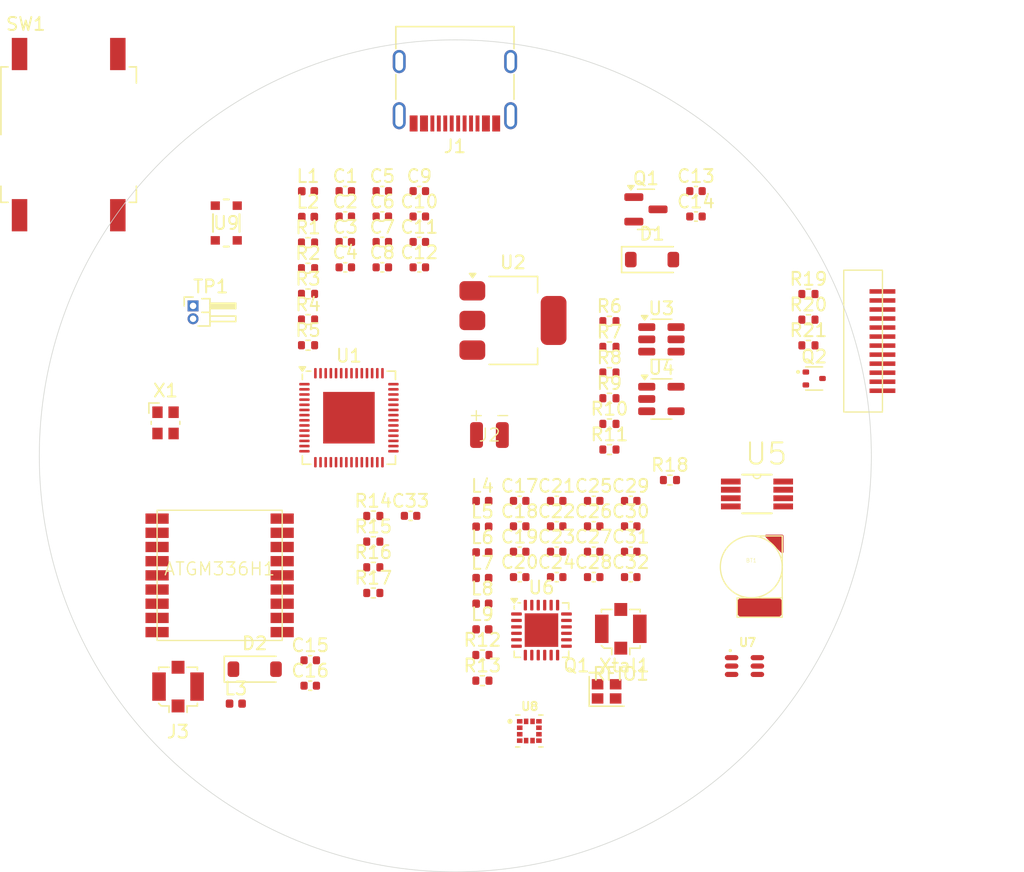
<source format=kicad_pcb>
(kicad_pcb (version 20240108) (generator "pcbnew") (generator_version "8.0")
  (layers (0 "F.Cu" signal) (31 "B.Cu" signal) (34 "B.Paste" user) (35 "F.Paste" user) (36 "B.SilkS" user "B.Silkscreen") (37 "F.SilkS" user "F.Silkscreen") (38 "B.Mask" user) (39 "F.Mask" user) (44 "Edge.Cuts" user))
  (net 0 "")
  (net 1 "GPS_ON")
  (net 2 "Net-(ATGM336H1-VBAT)")
  (net 3 "+3V3")
  (net 5 "GPS_TXD")
  (net 6 "GND")
  (net 7 "Net-(ATGM336H1-VCC_RF)")
  (net 8 "GPS_RESET")
  (net 9 "Net-(ATGM336H1-SCL)")
  (net 10 "GPS_RXD")
  (net 11 "Net-(ATGM336H1-RF_IN)")
  (net 12 "Net-(ATGM336H1-SDA)")
  (net 13 "Net-(C1-Pad1)")
  (net 14 "Net-(U9-FEED{slash}GND)")
  (net 15 "Net-(C3-Pad1)")
  (net 16 "LNA_IN")
  (net 17 "XTAL_N")
  (net 18 "Net-(C10-Pad1)")
  (net 19 "VCC")
  (net 20 "Net-(C19-Pad1)")
  (net 21 "Net-(U6-VR_PA)")
  (net 22 "Net-(U6-VREG)")
  (net 23 "Net-(U7-RF2)")
  (net 24 "Net-(U6-RFO)")
  (net 25 "Net-(C24-Pad2)")
  (net 26 "Net-(RFIO1-In)")
  (net 27 "Net-(C27-Pad2)")
  (net 28 "Net-(C28-Pad1)")
  (net 29 "Net-(U7-RF1)")
  (net 30 "Net-(U7-RFC)")
  (net 31 "Net-(U7-CTRL)")
  (net 32 "Net-(U7-~{CTRL}{slash}~{VDD})")
  (net 33 "Net-(U8-C1)")
  (net 34 "VBUS")
  (net 35 "Net-(J1-CC1)")
  (net 36 "Net-(J1-D+-PadA6)")
  (net 38 "Net-(J1-CC2)")
  (net 40 "Net-(J1-D--PadA7)")
  (net 43 "+BATT")
  (net 44 "Net-(U6-DCC_SW)")
  (net 45 "Net-(U6-RFI_N)")
  (net 46 "Net-(U6-XTB)")
  (net 47 "Net-(U6-XTA)")
  (net 48 "Net-(R1-Pad2)")
  (net 49 "Net-(U1-GPIO45)")
  (net 50 "Net-(U4-PROG)")
  (net 51 "GP1")
  (net 52 "ANT_SW_CTRL")
  (net 53 "ANT_SW")
  (net 56 "XL_COMP_SDA")
  (net 57 "XL_COMP_SCL")
  (net 58 "LCD_RST")
  (net 59 "LoRa_BUSY")
  (net 60 "GP47")
  (net 61 "LoRa_NSS")
  (net 62 "INT_MAG")
  (net 64 "VDD")
  (net 65 "GP34")
  (net 66 "XL_INT1")
  (net 67 "LCD_CS")
  (net 68 "GP36")
  (net 69 "LCD_SCK")
  (net 70 "USB_D-")
  (net 71 "USB_D+")
  (net 72 "LCD_DC")
  (net 73 "LoRa_MISO")
  (net 75 "GP33")
  (net 76 "GP48")
  (net 77 "LoRa_RST")
  (net 79 "Net-(J4-LEDK)")
  (net 80 "XTAL_P")
  (net 83 "LoRa_MOSI")
  (net 84 "GP35")
  (net 87 "GP0")
  (net 89 "LoRa_DIO1")
  (net 91 "CHIP_PU")
  (net 93 "GP2")
  (net 94 "LoRa_SCK")
  (net 95 "XL_INT0")
  (net 97 "LoRa_DIO3")
  (net 105 "LCD_SDA")
  (net 106 "Net-(Q2-G)")
  (net 107 "Net-(Q2-D)")
  (net 108 "LCD_BL")
  (footprint "Capacitor_SMD:C_0402_1005Metric" (layer "F.Cu") (at 140.26 75.99)
    (property "Reference" "C25" (at 0 -1.16 0) (layer "F.SilkS"))
    (property "Value" "5.6pF")
    (pad "1" smd roundrect (at -0.48 0) (size 0.56 0.62) (layers "F.Cu" "F.Paste" "F.Mask") (net 25 "Net-(C24-Pad2)"))
    (pad "2" smd roundrect (at 0.48 0) (size 0.56 0.62) (layers "F.Cu" "F.Paste" "F.Mask") (net 6 "GND"))
  )
  (footprint "Capacitor_SMD:C_0402_1005Metric" (layer "F.Cu") (at 134.52 77.96)
    (property "Reference" "C18" (at 0 -1.16 0) (layer "F.SilkS"))
    (property "Value" "100nF")
    (pad "1" smd roundrect (at -0.48 0) (size 0.56 0.62) (layers "F.Cu" "F.Paste" "F.Mask") (net 3 "+3V3"))
    (pad "2" smd roundrect (at 0.48 0) (size 0.56 0.62) (layers "F.Cu" "F.Paste" "F.Mask") (net 6 "GND"))
  )
  (footprint "Resistor_SMD:R_0402_1005Metric" (layer "F.Cu") (at 123.17 81.14)
    (property "Reference" "R16" (at 0 -1.17 0) (layer "F.SilkS"))
    (property "Value" "10K")
    (pad "1" smd roundrect (at -0.51 0) (size 0.54 0.64) (layers "F.Cu" "F.Paste" "F.Mask") (net 3 "+3V3"))
    (pad "2" smd roundrect (at 0.51 0) (size 0.54 0.64) (layers "F.Cu" "F.Paste" "F.Mask") (net 56 "XL_COMP_SDA"))
  )
  (footprint "Resistor_SMD:R_0402_1005Metric" (layer "F.Cu") (at 141.48 68.03)
    (property "Reference" "R9" (at 0 -1.17 0) (layer "F.SilkS"))
    (property "Value" "100k")
    (pad "1" smd roundrect (at -0.51 0) (size 0.54 0.64) (layers "F.Cu" "F.Paste" "F.Mask") (net 34 "VBUS"))
    (pad "2" smd roundrect (at 0.51 0) (size 0.54 0.64) (layers "F.Cu" "F.Paste" "F.Mask") (net 6 "GND"))
  )
  (footprint "footprints:2 Wire Pads" (layer "F.Cu") (at 132.175 70.885)
    (property "Reference" "J2" (at 0.01 0 0) (layer "F.SilkS") (effects (font (thickness 0.1))))
    (property "Value" "Battery")
    (fp_text user "-" (at 0.35 -1 0) (layer "F.SilkS") (effects (font (thickness 0.1)) (justify left bottom)))
    (fp_text user "+" (at -1.7 -1 0) (layer "F.SilkS") (effects (font (thickness 0.1)) (justify left bottom)))
    (pad "1" smd roundrect (at -1 0 180) (size 1 2) (layers "F.Cu" "F.Paste" "F.Mask") (net 43 "+BATT"))
    (pad "2" smd roundrect (at 1 0 180) (size 1 2) (layers "F.Cu" "F.Paste" "F.Mask") (net 6 "GND"))
  )
  (footprint "Resistor_SMD:R_0402_1005Metric" (layer "F.Cu") (at 156.91 61.94)
    (property "Reference" "R20" (at 0 -1.17 0) (layer "F.SilkS"))
    (property "Value" "10K")
    (pad "1" smd roundrect (at -0.51 0) (size 0.54 0.64) (layers "F.Cu" "F.Paste" "F.Mask") (net 6 "GND"))
    (pad "2" smd roundrect (at 0.51 0) (size 0.54 0.64) (layers "F.Cu" "F.Paste" "F.Mask") (net 106 "Net-(Q2-G)"))
  )
  (footprint "Resistor_SMD:R_0402_1005Metric" (layer "F.Cu") (at 156.91 59.95)
    (property "Reference" "R19" (at 0 -1.17 0) (layer "F.SilkS"))
    (property "Value" "10")
    (pad "1" smd roundrect (at -0.51 0) (size 0.54 0.64) (layers "F.Cu" "F.Paste" "F.Mask") (net 79 "Net-(J4-LEDK)"))
    (pad "2" smd roundrect (at 0.51 0) (size 0.54 0.64) (layers "F.Cu" "F.Paste" "F.Mask") (net 107 "Net-(Q2-D)"))
  )
  (footprint "Connector_Coaxial:U.FL_Molex_MCRF_73412-0110_Vertical" (layer "F.Cu") (at 108.03 90.39)
    (property "Reference" "J3" (at 0 3.5 0) (layer "F.SilkS"))
    (property "Value" "GPS_ANT")
    (pad "1" smd rect (at 0 1.5) (size 1 1) (layers "F.Cu" "F.Paste" "F.Mask") (net 11 "Net-(ATGM336H1-RF_IN)"))
    (pad "2" smd rect (at -1.475 0) (size 1.05 2.2) (layers "F.Cu" "F.Paste" "F.Mask") (net 6 "GND"))
    (pad "2" smd rect (at 0 -1.5) (size 1 1) (layers "F.Cu" "F.Paste" "F.Mask") (net 6 "GND"))
    (pad "2" smd rect (at 1.475 0) (size 1.05 2.2) (layers "F.Cu" "F.Paste" "F.Mask") (net 6 "GND"))
  )
  (footprint "Capacitor_SMD:C_0402_1005Metric" (layer "F.Cu") (at 126.74 55.91)
    (property "Reference" "C11" (at 0 -1.16 0) (layer "F.SilkS"))
    (property "Value" "100nF")
    (pad "1" smd roundrect (at -0.48 0) (size 0.56 0.62) (layers "F.Cu" "F.Paste" "F.Mask") (net 3 "+3V3"))
    (pad "2" smd roundrect (at 0.48 0) (size 0.56 0.62) (layers "F.Cu" "F.Paste" "F.Mask") (net 6 "GND"))
  )
  (footprint "Capacitor_SMD:C_0402_1005Metric" (layer "F.Cu") (at 118.28 88.35)
    (property "Reference" "C15" (at 0 -1.16 0) (layer "F.SilkS"))
    (property "Value" "10uF")
    (pad "1" smd roundrect (at -0.48 0) (size 0.56 0.62) (layers "F.Cu" "F.Paste" "F.Mask") (net 3 "+3V3"))
    (pad "2" smd roundrect (at 0.48 0) (size 0.56 0.62) (layers "F.Cu" "F.Paste" "F.Mask") (net 6 "GND"))
  )
  (footprint "Resistor_SMD:R_0402_1005Metric" (layer "F.Cu") (at 118.11 63.92)
    (property "Reference" "R5" (at 0 -1.17 0) (layer "F.SilkS"))
    (property "Value" "10k")
    (pad "1" smd roundrect (at -0.51 0) (size 0.54 0.64) (layers "F.Cu" "F.Paste" "F.Mask") (net 3 "+3V3"))
    (pad "2" smd roundrect (at 0.51 0) (size 0.54 0.64) (layers "F.Cu" "F.Paste" "F.Mask") (net 49 "Net-(U1-GPIO45)"))
  )
  (footprint "Capacitor_SMD:C_0402_1005Metric" (layer "F.Cu") (at 137.39 77.96)
    (property "Reference" "C22" (at 0 -1.16 0) (layer "F.SilkS"))
    (property "Value" "2.4pF")
    (pad "1" smd roundrect (at -0.48 0) (size 0.56 0.62) (layers "F.Cu" "F.Paste" "F.Mask") (net 20 "Net-(C19-Pad1)"))
    (pad "2" smd roundrect (at 0.48 0) (size 0.56 0.62) (layers "F.Cu" "F.Paste" "F.Mask") (net 23 "Net-(U7-RF2)"))
  )
  (footprint "Capacitor_SMD:C_0402_1005Metric" (layer "F.Cu") (at 121 51.97)
    (property "Reference" "C1" (at 0 -1.16 0) (layer "F.SilkS"))
    (property "Value" "10pF")
    (pad "1" smd roundrect (at -0.48 0) (size 0.56 0.62) (layers "F.Cu" "F.Paste" "F.Mask") (net 13 "Net-(C1-Pad1)"))
    (pad "2" smd roundrect (at 0.48 0) (size 0.56 0.62) (layers "F.Cu" "F.Paste" "F.Mask") (net 6 "GND"))
  )
  (footprint "Inductor_SMD:L_0402_1005Metric" (layer "F.Cu") (at 131.63 77.99)
    (property "Reference" "L5" (at 0 -1.17 0) (layer "F.SilkS"))
    (property "Value" "15nH")
    (pad "1" smd roundrect (at -0.485 0) (size 0.59 0.64) (layers "F.Cu" "F.Paste" "F.Mask") (net 45 "Net-(U6-RFI_N)"))
    (pad "2" smd roundrect (at 0.485 0) (size 0.59 0.64) (layers "F.Cu" "F.Paste" "F.Mask") (net 20 "Net-(C19-Pad1)"))
  )
  (footprint "Resistor_SMD:R_0402_1005Metric" (layer "F.Cu") (at 123.17 83.13)
    (property "Reference" "R17" (at 0 -1.17 0) (layer "F.SilkS"))
    (property "Value" "10K")
    (pad "1" smd roundrect (at -0.51 0) (size 0.54 0.64) (layers "F.Cu" "F.Paste" "F.Mask") (net 3 "+3V3"))
    (pad "2" smd roundrect (at 0.51 0) (size 0.54 0.64) (layers "F.Cu" "F.Paste" "F.Mask") (net 57 "XL_COMP_SCL"))
  )
  (footprint "Package_TO_SOT_SMD:SOT-23" (layer "F.Cu") (at 144.31 53.385)
    (property "Reference" "Q1" (at 0 -2.4 0) (layer "F.SilkS"))
    (property "Value" "DMG3414U")
    (pad "1" smd roundrect (at -0.9375 -0.95) (size 1.475 0.6) (layers "F.Cu" "F.Paste" "F.Mask") (net 34 "VBUS"))
    (pad "2" smd roundrect (at -0.9375 0.95) (size 1.475 0.6) (layers "F.Cu" "F.Paste" "F.Mask") (net 19 "VCC"))
    (pad "3" smd roundrect (at 0.9375 0) (size 1.475 0.6) (layers "F.Cu" "F.Paste" "F.Mask") (net 43 "+BATT"))
  )
  (footprint "KiCAD Parts:PQFN50P200X200X100-12N" (layer "F.Cu") (at 135.268 93.8325)
    (property "Reference" "U8" (at 0.032 -1.9064 0) (layer "F.SilkS") (effects (font (size 0.64 0.64))))
    (property "Value" "LSM303AGR")
    (pad "1" smd rect (at -0.745 -0.75) (size 0.43 0.35) (layers "F.Cu" "F.Paste" "F.Mask"))
    (pad "2" smd rect (at -0.745 -0.25) (size 0.43 0.35) (layers "F.Cu" "F.Paste" "F.Mask"))
    (pad "3" smd rect (at -0.745 0.25) (size 0.43 0.35) (layers "F.Cu" "F.Paste" "F.Mask"))
    (pad "4" smd rect (at -0.745 0.75) (size 0.43 0.35) (layers "F.Cu" "F.Paste" "F.Mask"))
    (pad "5" smd rect (at -0.25 0.745 90) (size 0.43 0.35) (layers "F.Cu" "F.Paste" "F.Mask") (net 33 "Net-(U8-C1)"))
    (pad "6" smd rect (at 0.25 0.745 90) (size 0.43 0.35) (layers "F.Cu" "F.Paste" "F.Mask") (net 6 "GND"))
    (pad "7" smd rect (at 0.745 0.75) (size 0.43 0.35) (layers "F.Cu" "F.Paste" "F.Mask") (net 62 "INT_MAG"))
    (pad "8" smd rect (at 0.745 0.25) (size 0.43 0.35) (layers "F.Cu" "F.Paste" "F.Mask") (net 6 "GND"))
    (pad "9" smd rect (at 0.745 -0.25) (size 0.43 0.35) (layers "F.Cu" "F.Paste" "F.Mask") (net 3 "+3V3"))
    (pad "10" smd rect (at 0.745 -0.75) (size 0.43 0.35) (layers "F.Cu" "F.Paste" "F.Mask") (net 3 "+3V3"))
    (pad "11" smd rect (at 0.25 -0.745 90) (size 0.43 0.35) (layers "F.Cu" "F.Paste" "F.Mask") (net 66 "XL_INT1"))
    (pad "12" smd rect (at -0.25 -0.745 90) (size 0.43 0.35) (layers "F.Cu" "F.Paste" "F.Mask") (net 95 "XL_INT0"))
  )
  (footprint "Resistor_SMD:R_0402_1005Metric" (layer "F.Cu") (at 118.11 61.93)
    (property "Reference" "R4" (at 0 -1.17 0) (layer "F.SilkS"))
    (property "Value" "200k")
    (pad "1" smd roundrect (at -0.51 0) (size 0.54 0.64) (layers "F.Cu" "F.Paste" "F.Mask") (net 1 "GPS_ON"))
    (pad "2" smd roundrect (at 0.51 0) (size 0.54 0.64) (layers "F.Cu" "F.Paste" "F.Mask") (net 6 "GND"))
  )
  (footprint "Capacitor_SMD:C_0402_1005Metric" (layer "F.Cu") (at 126.06 77.15)
    (property "Reference" "C33" (at 0 -1.16 0) (layer "F.SilkS"))
    (property "Value" "220nF")
    (pad "1" smd roundrect (at -0.48 0) (size 0.56 0.62) (layers "F.Cu" "F.Paste" "F.Mask") (net 33 "Net-(U8-C1)"))
    (pad "2" smd roundrect (at 0.48 0) (size 0.56 0.62) (layers "F.Cu" "F.Paste" "F.Mask") (net 6 "GND"))
  )
  (footprint "Capacitor_SMD:C_0402_1005Metric" (layer "F.Cu") (at 140.26 77.96)
    (property "Reference" "C26" (at 0 -1.16 0) (layer "F.SilkS"))
    (property "Value" "3.3pF")
    (pad "1" smd roundrect (at -0.48 0) (size 0.56 0.62) (layers "F.Cu" "F.Paste" "F.Mask") (net 26 "Net-(RFIO1-In)"))
    (pad "2" smd roundrect (at 0.48 0) (size 0.56 0.62) (layers "F.Cu" "F.Paste" "F.Mask") (net 6 "GND"))
  )
  (footprint "Connector_USB:USB_C_Receptacle_G-Switch_GT-USB-7010ASV" (layer "F.Cu") (at 129.5 43 180)
    (property "Reference" "J1" (at 0 -5.5 180) (layer "F.SilkS"))
    (property "Value" "USB_C_Receptacle_USB2.0_14P")
    (pad "" np_thru_hole circle (at -2.89 -2.605 180) (size 0.65 0.65) (drill 0.65) (layers "*.Cu" "*.Mask"))
    (pad "" np_thru_hole circle (at 2.89 -2.605 180) (size 0.65 0.65) (drill 0.65) (layers "*.Cu" "*.Mask"))
    (pad "A1" smd rect (at -3.2 -3.725 180) (size 0.6 1.24) (layers "F.Cu" "F.Paste" "F.Mask") (net 6 "GND"))
    (pad "A4" smd rect (at -2.4 -3.725 180) (size 0.6 1.24) (layers "F.Cu" "F.Paste" "F.Mask") (net 34 "VBUS"))
    (pad "A5" smd rect (at -1.25 -3.725 180) (size 0.3 1.24) (layers "F.Cu" "F.Paste" "F.Mask") (net 35 "Net-(J1-CC1)"))
    (pad "A6" smd rect (at -0.25 -3.725 180) (size 0.3 1.24) (layers "F.Cu" "F.Paste" "F.Mask") (net 36 "Net-(J1-D+-PadA6)"))
    (pad "A7" smd rect (at 0.25 -3.725 180) (size 0.3 1.24) (layers "F.Cu" "F.Paste" "F.Mask") (net 40 "Net-(J1-D--PadA7)"))
    (pad "A8" smd rect (at 1.25 -3.725 180) (size 0.3 1.24) (layers "F.Cu" "F.Paste" "F.Mask"))
    (pad "A9" smd rect (at 2.4 -3.725 180) (size 0.6 1.24) (layers "F.Cu" "F.Paste" "F.Mask") (net 34 "VBUS"))
    (pad "A12" smd rect (at 3.2 -3.725 180) (size 0.6 1.24) (layers "F.Cu" "F.Paste" "F.Mask") (net 6 "GND"))
    (pad "B1" smd rect (at 3.2 -3.725 180) (size 0.6 1.24) (layers "F.Cu" "F.Paste" "F.Mask") (net 6 "GND"))
    (pad "B4" smd rect (at 2.4 -3.725 180) (size 0.6 1.24) (layers "F.Cu" "F.Paste" "F.Mask") (net 34 "VBUS"))
    (pad "B5" smd rect (at 1.75 -3.725 180) (size 0.3 1.24) (layers "F.Cu" "F.Paste" "F.Mask") (net 38 "Net-(J1-CC2)"))
    (pad "B6" smd rect (at 0.75 -3.725 180) (size 0.3 1.24) (layers "F.Cu" "F.Paste" "F.Mask") (net 36 "Net-(J1-D+-PadA6)"))
    (pad "B7" smd rect (at -0.75 -3.725 180) (size 0.3 1.24) (layers "F.Cu" "F.Paste" "F.Mask") (net 40 "Net-(J1-D--PadA7)"))
    (pad "B8" smd rect (at -1.75 -3.725 180) (size 0.3 1.24) (layers "F.Cu" "F.Paste" "F.Mask"))
    (pad "B9" smd rect (at -2.4 -3.725 180) (size 0.6 1.24) (layers "F.Cu" "F.Paste" "F.Mask") (net 34 "VBUS"))
    (pad "B12" smd rect (at -3.2 -3.725 180) (size 0.6 1.24) (layers "F.Cu" "F.Paste" "F.Mask") (net 6 "GND"))
    (pad "S1" thru_hole oval (at -4.32 -3.125 180) (size 1 2.1) (drill oval 0.6 1.7) (layers "*.Cu" "*.Mask"))
    (pad "S1" thru_hole oval (at -4.32 1.075 180) (size 1 1.8) (drill oval 0.6 1.4) (layers "*.Cu" "*.Mask"))
    (pad "S1" thru_hole oval (at 4.32 -3.125 180) (size 1 2.1) (drill oval 0.6 1.7) (layers "*.Cu" "*.Mask"))
    (pad "S1" thru_hole oval (at 4.32 1.075 180) (size 1 1.8) (drill oval 0.6 1.4) (layers "*.Cu" "*.Mask"))
  )
  (footprint "Inductor_SMD:L_0402_1005Metric" (layer "F.Cu") (at 131.63 81.97)
    (property "Reference" "L7" (at 0 -1.17 0) (layer "F.SilkS"))
    (property "Value" "2.5nH")
    (pad "1" smd roundrect (at -0.485 0) (size 0.59 0.64) (layers "F.Cu" "F.Paste" "F.Mask") (net 24 "Net-(U6-RFO)"))
    (pad "2" smd roundrect (at 0.485 0) (size 0.59 0.64) (layers "F.Cu" "F.Paste" "F.Mask") (net 25 "Net-(C24-Pad2)"))
  )
  (footprint "KiCAD Parts:SOT65P215X110-6N" (layer "F.Cu") (at 151.953 88.797)
    (property "Reference" "U7" (at 0.235225 -1.832109 0) (layer "F.SilkS") (effects (font (size 0.640597 0.640597))))
    (property "Value" "PE4259")
    (pad "1" smd oval (at -1 -0.65 270) (size 0.4 1.05) (layers "F.Cu" "F.Paste" "F.Mask") (net 29 "Net-(U7-RF1)"))
    (pad "2" smd oval (at -1 0 270) (size 0.4 1.05) (layers "F.Cu" "F.Paste" "F.Mask") (net 6 "GND"))
    (pad "3" smd oval (at -1 0.65 270) (size 0.4 1.05) (layers "F.Cu" "F.Paste" "F.Mask") (net 23 "Net-(U7-RF2)"))
    (pad "4" smd oval (at 1 0.65 270) (size 0.4 1.05) (layers "F.Cu" "F.Paste" "F.Mask") (net 31 "Net-(U7-CTRL)"))
    (pad "5" smd oval (at 1 0 270) (size 0.4 1.05) (layers "F.Cu" "F.Paste" "F.Mask") (net 30 "Net-(U7-RFC)"))
    (pad "6" smd oval (at 1 -0.65 270) (size 0.4 1.05) (layers "F.Cu" "F.Paste" "F.Mask") (net 32 "Net-(U7-~{CTRL}{slash}~{VDD})"))
  )
  (footprint "Capacitor_SMD:C_0402_1005Metric" (layer "F.Cu") (at 123.87 53.94)
    (property "Reference" "C6" (at 0 -1.16 0) (layer "F.SilkS"))
    (property "Value" "10uF")
    (pad "1" smd roundrect (at -0.48 0) (size 0.56 0.62) (layers "F.Cu" "F.Paste" "F.Mask") (net 3 "+3V3"))
    (pad "2" smd roundrect (at 0.48 0) (size 0.56 0.62) (layers "F.Cu" "F.Paste" "F.Mask") (net 6 "GND"))
  )
  (footprint "Resistor_SMD:R_0402_1005Metric" (layer "F.Cu") (at 118.11 59.94)
    (property "Reference" "R3" (at 0 -1.17 0) (layer "F.SilkS"))
    (property "Value" "200k")
    (pad "1" smd roundrect (at -0.51 0) (size 0.54 0.64) (layers "F.Cu" "F.Paste" "F.Mask") (net 3 "+3V3"))
    (pad "2" smd roundrect (at 0.51 0) (size 0.54 0.64) (layers "F.Cu" "F.Paste" "F.Mask") (net 8 "GPS_RESET"))
  )
  (footprint "Package_TO_SOT_SMD:SOT-523" (layer "F.Cu") (at 157.355 66.5)
    (property "Reference" "Q2" (at 0 -1.7 0) (layer "F.SilkS"))
    (property "Value" "DMG1012T")
    (pad "1" smd roundrect (at -0.645 -0.5 180) (size 0.51 0.4) (layers "F.Cu" "F.Paste" "F.Mask") (net 106 "Net-(Q2-G)"))
    (pad "2" smd roundrect (at -0.645 0.5 180) (size 0.51 0.4) (layers "F.Cu" "F.Paste" "F.Mask") (net 6 "GND"))
    (pad "3" smd roundrect (at 0.645 0 180) (size 0.51 0.4) (layers "F.Cu" "F.Paste" "F.Mask") (net 107 "Net-(Q2-D)"))
  )
  (footprint "Inductor_SMD:L_0402_1005Metric" (layer "F.Cu") (at 131.63 79.98)
    (property "Reference" "L6" (at 0 -1.17 0) (layer "F.SilkS"))
    (property "Value" "47nH")
    (pad "1" smd roundrect (at -0.485 0) (size 0.59 0.64) (layers "F.Cu" "F.Paste" "F.Mask") (net 22 "Net-(U6-VREG)"))
    (pad "2" smd roundrect (at 0.485 0) (size 0.59 0.64) (layers "F.Cu" "F.Paste" "F.Mask") (net 24 "Net-(U6-RFO)"))
  )
  (footprint "Crystal:Crystal_SMD_2016-4Pin_2.0x1.6mm" (layer "F.Cu") (at 141.26 90.76)
    (property "Reference" "Q1_Xtal1" (at 0 -2 0) (layer "F.SilkS"))
    (property "Value" "32.0MHz")
    (pad "1" smd rect (at -0.7 0.55) (size 0.9 0.8) (layers "F.Cu" "F.Paste" "F.Mask") (net 46 "Net-(U6-XTB)"))
    (pad "2" smd rect (at 0.7 0.55) (size 0.9 0.8) (layers "F.Cu" "F.Paste" "F.Mask") (net 6 "GND"))
    (pad "3" smd rect (at 0.7 -0.55) (size 0.9 0.8) (layers "F.Cu" "F.Paste" "F.Mask") (net 47 "Net-(U6-XTA)"))
    (pad "4" smd rect (at -0.7 -0.55) (size 0.9 0.8) (layers "F.Cu" "F.Paste" "F.Mask") (net 6 "GND"))
  )
  (footprint "Connector_PinHeader_1.00mm:PinHeader_1x02_P1.00mm_Horizontal" (layer "F.Cu") (at 109.195 60.87)
    (property "Reference" "TP1" (at 1.375 -1.5 0) (layer "F.SilkS"))
    (property "Value" "Reset")
    (pad "1" thru_hole rect (at 0 0) (size 0.85 0.85) (drill 0.5) (layers "*.Cu" "*.Mask") (net 48 "Net-(R1-Pad2)"))
    (pad "2" thru_hole oval (at 0 1) (size 0.85 0.85) (drill 0.5) (layers "*.Cu" "*.Mask") (net 6 "GND"))
  )
  (footprint "Inductor_SMD:L_0402_1005Metric" (layer "F.Cu") (at 118.11 53.97)
    (property "Reference" "L2" (at 0 -1.17 0) (layer "F.SilkS"))
    (property "Value" "2n2")
    (pad "1" smd roundrect (at -0.485 0) (size 0.59 0.64) (layers "F.Cu" "F.Paste" "F.Mask") (net 18 "Net-(C10-Pad1)"))
    (pad "2" smd roundrect (at 0.485 0) (size 0.59 0.64) (layers "F.Cu" "F.Paste" "F.Mask") (net 3 "+3V3"))
  )
  (footprint "Resistor_SMD:R_0402_1005Metric" (layer "F.Cu") (at 118.11 57.95)
    (property "Reference" "R2" (at 0 -1.17 0) (layer "F.SilkS"))
    (property "Value" "5k1")
    (pad "1" smd roundrect (at -0.51 0) (size 0.54 0.64) (layers "F.Cu" "F.Paste" "F.Mask") (net 3 "+3V3"))
    (pad "2" smd roundrect (at 0.51 0) (size 0.54 0.64) (layers "F.Cu" "F.Paste" "F.Mask") (net 15 "Net-(C3-Pad1)"))
  )
  (footprint "KiCAD Parts:SOP65P490X110-8N" (layer "F.Cu") (at 152.922 75.4548)
    (property "Reference" "U5" (at 0.71347 -3.10871 0) (layer "F.SilkS") (effects (font (size 1.645244 1.645244))))
    (property "Value" "24AA32AF-I_MS")
    (pad "1" smd rect (at -2.032 -0.9652) (size 1.524 0.4572) (layers "F.Cu" "F.Paste" "F.Mask"))
    (pad "2" smd rect (at -2.032 -0.3302) (size 1.524 0.4572) (layers "F.Cu" "F.Paste" "F.Mask"))
    (pad "3" smd rect (at -2.032 0.3302) (size 1.524 0.4572) (layers "F.Cu" "F.Paste" "F.Mask"))
    (pad "4" smd rect (at -2.032 0.9652) (size 1.524 0.4572) (layers "F.Cu" "F.Paste" "F.Mask") (net 6 "GND"))
    (pad "5" smd rect (at 2.032 0.9652) (size 1.524 0.4572) (layers "F.Cu" "F.Paste" "F.Mask") (net 12 "Net-(ATGM336H1-SDA)"))
    (pad "6" smd rect (at 2.032 0.3302) (size 1.524 0.4572) (layers "F.Cu" "F.Paste" "F.Mask") (net 9 "Net-(ATGM336H1-SCL)"))
    (pad "7" smd rect (at 2.032 -0.3302) (size 1.524 0.4572) (layers "F.Cu" "F.Paste" "F.Mask") (net 6 "GND"))
    (pad "8" smd rect (at 2.032 -0.9652) (size 1.524 0.4572) (layers "F.Cu" "F.Paste" "F.Mask") (net 3 "+3V3"))
  )
  (footprint "Capacitor_SMD:C_0402_1005Metric" (layer "F.Cu") (at 123.87 57.88)
    (property "Reference" "C8" (at 0 -1.16 0) (layer "F.SilkS"))
    (property "Value" "100nF")
    (pad "1" smd roundrect (at -0.48 0) (size 0.56 0.62) (layers "F.Cu" "F.Paste" "F.Mask") (net 3 "+3V3"))
    (pad "2" smd roundrect (at 0.48 0) (size 0.56 0.62) (layers "F.Cu" "F.Paste" "F.Mask") (net 6 "GND"))
  )
  (footprint "Resistor_SMD:R_0402_1005Metric" (layer "F.Cu") (at 141.48 64.05)
    (property "Reference" "R7" (at 0 -1.17 0) (layer "F.SilkS"))
    (property "Value" "5.1k")
    (pad "1" smd roundrect (at -0.51 0) (size 0.54 0.64) (layers "F.Cu" "F.Paste" "F.Mask") (net 35 "Net-(J1-CC1)"))
    (pad "2" smd roundrect (at 0.51 0) (size 0.54 0.64) (layers "F.Cu" "F.Paste" "F.Mask") (net 6 "GND"))
  )
  (footprint "Package_TO_SOT_SMD:SOT-23-5" (layer "F.Cu") (at 145.51 68.09)
    (property "Reference" "U4" (at 0 -2.4 0) (layer "F.SilkS"))
    (property "Value" "MCP73831-2-OT")
    (pad "1" smd roundrect (at -1.1375 -0.95) (size 1.325 0.6) (layers "F.Cu" "F.Paste" "F.Mask") (net 93 "GP2"))
    (pad "2" smd roundrect (at -1.1375 0) (size 1.325 0.6) (layers "F.Cu" "F.Paste" "F.Mask") (net 6 "GND"))
    (pad "3" smd roundrect (at -1.1375 0.95) (size 1.325 0.6) (layers "F.Cu" "F.Paste" "F.Mask") (net 43 "+BATT"))
    (pad "4" smd roundrect (at 1.1375 0.95) (size 1.325 0.6) (layers "F.Cu" "F.Paste" "F.Mask") (net 34 "VBUS"))
    (pad "5" smd roundrect (at 1.1375 -0.95) (size 1.325 0.6) (layers "F.Cu" "F.Paste" "F.Mask") (net 50 "Net-(U4-PROG)"))
  )
  (footprint "Button_Switch_SMD:SW_MEC_5GSH9" (layer "F.Cu") (at 99.55 47.59)
    (property "Reference" "SW1" (at -3.325 -8.575 180) (layer "F.SilkS"))
    (property "Value" "BOOT")
    (pad "1" smd rect (at -3.81 -6.25 90) (size 2.5 1.2) (layers "F.Cu" "F.Paste" "F.Mask") (net 6 "GND"))
    (pad "2" smd rect (at -3.81 6.25 90) (size 2.5 1.2) (layers "F.Cu" "F.Paste" "F.Mask") (net 15 "Net-(C3-Pad1)"))
    (pad "3" smd rect (at 3.81 -6.25 90) (size 2.5 1.2) (layers "F.Cu" "F.Paste" "F.Mask"))
    (pad "4" smd rect (at 3.81 6.25 90) (size 2.5 1.2) (layers "F.Cu" "F.Paste" "F.Mask"))
  )
  (footprint "Capacitor_SMD:C_0402_1005Metric" (layer "F.Cu") (at 143.13 75.99)
    (property "Reference" "C29" (at 0 -1.16 0) (layer "F.SilkS"))
    (property "Value" "1.8pF")
    (pad "1" smd roundrect (at -0.48 0) (size 0.56 0.62) (layers "F.Cu" "F.Paste" "F.Mask") (net 29 "Net-(U7-RF1)"))
    (pad "2" smd roundrect (at 0.48 0) (size 0.56 0.62) (layers "F.Cu" "F.Paste" "F.Mask") (net 6 "GND"))
  )
  (footprint "Capacitor_SMD:C_0402_1005Metric" (layer "F.Cu") (at 143.13 81.9)
    (property "Reference" "C32" (at 0 -1.16 0) (layer "F.SilkS"))
    (property "Value" "1nF")
    (pad "1" smd roundrect (at -0.48 0) (size 0.56 0.62) (layers "F.Cu" "F.Paste" "F.Mask") (net 32 "Net-(U7-~{CTRL}{slash}~{VDD})"))
    (pad "2" smd roundrect (at 0.48 0) (size 0.56 0.62) (layers "F.Cu" "F.Paste" "F.Mask") (net 6 "GND"))
  )
  (footprint "Capacitor_SMD:C_0402_1005Metric" (layer "F.Cu") (at 123.87 51.97)
    (property "Reference" "C5" (at 0 -1.16 0) (layer "F.SilkS"))
    (property "Value" "10pF")
    (pad "1" smd roundrect (at -0.48 0) (size 0.56 0.62) (layers "F.Cu" "F.Paste" "F.Mask") (net 17 "XTAL_N"))
    (pad "2" smd roundrect (at 0.48 0) (size 0.56 0.62) (layers "F.Cu" "F.Paste" "F.Mask") (net 6 "GND"))
  )
  (footprint "Inductor_SMD:L_0402_1005Metric" (layer "F.Cu") (at 112.51 91.71)
    (property "Reference" "L3" (at 0 -1.17 0) (layer "F.SilkS"))
    (property "Value" "47nH")
    (pad "1" smd roundrect (at -0.485 0) (size 0.59 0.64) (layers "F.Cu" "F.Paste" "F.Mask") (net 11 "Net-(ATGM336H1-RF_IN)"))
    (pad "2" smd roundrect (at 0.485 0) (size 0.59 0.64) (layers "F.Cu" "F.Paste" "F.Mask") (net 7 "Net-(ATGM336H1-VCC_RF)"))
  )
  (footprint "Capacitor_SMD:C_0402_1005Metric" (layer "F.Cu") (at 118.28 90.32)
    (property "Reference" "C16" (at 0 -1.16 0) (layer "F.SilkS"))
    (property "Value" "100nF")
    (pad "1" smd roundrect (at -0.48 0) (size 0.56 0.62) (layers "F.Cu" "F.Paste" "F.Mask") (net 3 "+3V3"))
    (pad "2" smd roundrect (at 0.48 0) (size 0.56 0.62) (layers "F.Cu" "F.Paste" "F.Mask") (net 6 "GND"))
  )
  (footprint "Capacitor_SMD:C_0402_1005Metric" (layer "F.Cu") (at 121 55.91)
    (property "Reference" "C3" (at 0 -1.16 0) (layer "F.SilkS"))
    (property "Value" "100nF")
    (pad "1" smd roundrect (at -0.48 0) (size 0.56 0.62) (layers "F.Cu" "F.Paste" "F.Mask") (net 15 "Net-(C3-Pad1)"))
    (pad "2" smd roundrect (at 0.48 0) (size 0.56 0.62) (layers "F.Cu" "F.Paste" "F.Mask") (net 6 "GND"))
  )
  (footprint "Inductor_SMD:L_0402_1005Metric" (layer "F.Cu") (at 131.63 76)
    (property "Reference" "L4" (at 0 -1.17 0) (layer "F.SilkS"))
    (property "Value" "15uH")
    (pad "1" smd roundrect (at -0.485 0) (size 0.59 0.64) (layers "F.Cu" "F.Paste" "F.Mask") (net 44 "Net-(U6-DCC_SW)"))
    (pad "2" smd roundrect (at 0.485 0) (size 0.59 0.64) (layers "F.Cu" "F.Paste" "F.Mask") (net 22 "Net-(U6-VREG)"))
  )
  (footprint "Capacitor_SMD:C_0402_1005Metric" (layer "F.Cu") (at 121 53.94)
    (property "Reference" "C2" (at 0 -1.16 0) (layer "F.SilkS"))
    (property "Value" "2.4pF")
    (pad "1" smd roundrect (at -0.48 0) (size 0.56 0.62) (layers "F.Cu" "F.Paste" "F.Mask") (net 14 "Net-(U9-FEED{slash}GND)"))
    (pad "2" smd roundrect (at 0.48 0) (size 0.56 0.62) (layers "F.Cu" "F.Paste" "F.Mask") (net 6 "GND"))
  )
  (footprint "Capacitor_SMD:C_0402_1005Metric" (layer "F.Cu") (at 126.74 53.94)
    (property "Reference" "C10" (at 0 -1.16 0) (layer "F.SilkS"))
    (property "Value" "100nF")
    (pad "1" smd roundrect (at -0.48 0) (size 0.56 0.62) (layers "F.Cu" "F.Paste" "F.Mask") (net 18 "Net-(C10-Pad1)"))
    (pad "2" smd roundrect (at 0.48 0) (size 0.56 0.62) (layers "F.Cu" "F.Paste" "F.Mask") (net 6 "GND"))
  )
  (footprint "Capacitor_SMD:C_0402_1005Metric" (layer "F.Cu") (at 137.39 81.9)
    (property "Reference" "C24" (at 0 -1.16 0) (layer "F.SilkS"))
    (property "Value" "3pF")
    (pad "1" smd roundrect (at -0.48 0) (size 0.56 0.62) (layers "F.Cu" "F.Paste" "F.Mask") (net 24 "Net-(U6-RFO)"))
    (pad "2" smd roundrect (at 0.48 0) (size 0.56 0.62) (layers "F.Cu" "F.Paste" "F.Mask") (net 25 "Net-(C24-Pad2)"))
  )
  (footprint "Inductor_SMD:L_0402_1005Metric" (layer "F.Cu") (at 118.11 51.98)
    (property "Reference" "L1" (at 0 -1.17 0) (layer "F.SilkS"))
    (property "Value" "2.4nH")
    (pad "1" smd roundrect (at -0.485 0) (size 0.59 0.64) (layers "F.Cu" "F.Paste" "F.Mask") (net 16 "LNA_IN"))
    (pad "2" smd roundrect (at 0.485 0) (size 0.59 0.64) (layers "F.Cu" "F.Paste" "F.Mask") (net 14 "Net-(U9-FEED{slash}GND)"))
  )
  (footprint "Package_TO_SOT_SMD:SOT-23-6" (layer "F.Cu") (at 145.51 63.465)
    (property "Reference" "U3" (at 0 -2.4 0) (layer "F.SilkS"))
    (property "Value" "USBLC6-2SC6")
    (pad "1" smd roundrect (at -1.1375 -0.95) (size 1.325 0.6) (layers "F.Cu" "F.Paste" "F.Mask") (net 70 "USB_D-"))
    (pad "2" smd roundrect (at -1.1375 0) (size 1.325 0.6) (layers "F.Cu" "F.Paste" "F.Mask") (net 6 "GND"))
    (pad "3" smd roundrect (at -1.1375 0.95) (size 1.325 0.6) (layers "F.Cu" "F.Paste" "F.Mask") (net 71 "USB_D+"))
    (pad "4" smd roundrect (at 1.1375 0.95) (size 1.325 0.6) (layers "F.Cu" "F.Paste" "F.Mask") (net 36 "Net-(J1-D+-PadA6)"))
    (pad "5" smd roundrect (at 1.1375 0) (size 1.325 0.6) (layers "F.Cu" "F.Paste" "F.Mask") (net 34 "VBUS"))
    (pad "6" smd roundrect (at 1.1375 -0.95) (size 1.325 0.6) (layers "F.Cu" "F.Paste" "F.Mask") (net 40 "Net-(J1-D--PadA7)"))
  )
  (footprint "Capacitor_SMD:C_0402_1005Metric" (layer "F.Cu") (at 134.52 81.9)
    (property "Reference" "C20" (at 0 -1.16 0) (layer "F.SilkS"))
    (property "Value" "47nF")
    (pad "1" smd roundrect (at -0.48 0) (size 0.56 0.62) (layers "F.Cu" "F.Paste" "F.Mask") (net 21 "Net-(U6-VR_PA)"))
    (pad "2" smd roundrect (at 0.48 0) (size 0.56 0.62) (layers "F.Cu" "F.Paste" "F.Mask") (net 6 "GND"))
  )
  (footprint "Package_DFN_QFN:QFN-24-1EP_4x4mm_P0.5mm_EP2.6x2.6mm" (layer "F.Cu") (at 136.21 86.01)
    (property "Reference" "U6" (at 0 -3.3 0) (layer "F.SilkS"))
    (property "Value" "SX1262IMLTRT")
    (pad "1" smd roundrect (at -1.9375 -1.25) (size 0.825 0.25) (layers "F.Cu" "F.Paste" "F.Mask") (net 3 "+3V3"))
    (pad "2" smd roundrect (at -1.9375 -0.75) (size 0.825 0.25) (layers "F.Cu" "F.Paste" "F.Mask") (net 6 "GND"))
    (pad "3" smd roundrect (at -1.9375 -0.25) (size 0.825 0.25) (layers "F.Cu" "F.Paste" "F.Mask") (net 47 "Net-(U6-XTA)"))
    (pad "4" smd roundrect (at -1.9375 0.25) (size 0.825 0.25) (layers "F.Cu" "F.Paste" "F.Mask") (net 46 "Net-(U6-XTB)"))
    (pad "5" smd roundrect (at -1.9375 0.75) (size 0.825 0.25) (layers "F.Cu" "F.Paste" "F.Mask") (net 6 "GND"))
    (pad "6" smd roundrect (at -1.9375 1.25) (size 0.825 0.25) (layers "F.Cu" "F.Paste" "F.Mask") (net 97 "LoRa_DIO3"))
    (pad "7" smd roundrect (at -1.25 1.9375) (size 0.25 0.825) (layers "F.Cu" "F.Paste" "F.Mask") (net 22 "Net-(U6-VREG)"))
    (pad "8" smd roundrect (at -0.75 1.9375) (size 0.25 0.825) (layers "F.Cu" "F.Paste" "F.Mask") (net 6 "GND"))
    (pad "9" smd roundrect (at -0.25 1.9375) (size 0.25 0.825) (layers "F.Cu" "F.Paste" "F.Mask") (net 44 "Net-(U6-DCC_SW)"))
    (pad "10" smd roundrect (at 0.25 1.9375) (size 0.25 0.825) (layers "F.Cu" "F.Paste" "F.Mask") (net 3 "+3V3"))
    (pad "11" smd roundrect (at 0.75 1.9375) (size 0.25 0.825) (layers "F.Cu" "F.Paste" "F.Mask") (net 3 "+3V3"))
    (pad "12" smd roundrect (at 1.25 1.9375) (size 0.25 0.825) (layers "F.Cu" "F.Paste" "F.Mask") (net 52 "ANT_SW_CTRL"))
    (pad "13" smd roundrect (at 1.9375 1.25) (size 0.825 0.25) (layers "F.Cu" "F.Paste" "F.Mask") (net 89 "LoRa_DIO1"))
    (pad "14" smd roundrect (at 1.9375 0.75) (size 0.825 0.25) (layers "F.Cu" "F.Paste" "F.Mask") (net 59 "LoRa_BUSY"))
    (pad "15" smd roundrect (at 1.9375 0.25) (size 0.825 0.25) (layers "F.Cu" "F.Paste" "F.Mask") (net 77 "LoRa_RST"))
    (pad "16" smd roundrect (at 1.9375 -0.25) (size 0.825 0.25) (layers "F.Cu" "F.Paste" "F.Mask") (net 73 "LoRa_MISO"))
    (pad "17" smd roundrect (at 1.9375 -0.75) (size 0.825 0.25) (layers "F.Cu" "F.Paste" "F.Mask") (net 83 "LoRa_MOSI"))
    (pad "18" smd roundrect (at 1.9375 -1.25) (size 0.825 0.25) (layers "F.Cu" "F.Paste" "F.Mask") (net 94 "LoRa_SCK"))
    (pad "19" smd roundrect (at 1.25 -1.9375) (size 0.25 0.825) (layers "F.Cu" "F.Paste" "F.Mask") (net 61 "LoRa_NSS"))
    (pad "20" smd roundrect (at 0.75 -1.9375) (size 0.25 0.825) (layers "F.Cu" "F.Paste" "F.Mask") (net 6 "GND"))
    (pad "21" smd roundrect (at 0.25 -1.9375) (size 0.25 0.825) (layers "F.Cu" "F.Paste" "F.Mask") (net 6 "GND"))
    (pad "22" smd roundrect (at -0.25 -1.9375) (size 0.25 0.825) (layers "F.Cu" "F.Paste" "F.Mask") (net 45 "Net-(U6-RFI_N)"))
    (pad "23" smd roundrect (at -0.75 -1.9375) (size 0.25 0.825) (layers "F.Cu" "F.Paste" "F.Mask") (net 24 "Net-(U6-RFO)"))
    (pad "24" smd roundrect (at -1.25 -1.9375) (size 0.25 0.825) (layers "F.Cu" "F.Paste" "F.Mask") (net 21 "Net-(U6-VR_PA)"))
    (pad "25" smd rect (at 0 0) (size 2.6 2.6) (property pad_prop_heatsink) (layers "F.Cu" "F.Mask") (net 6 "GND"))
  )
  (footprint "Inductor_SMD:L_0402_1005Metric" (layer "F.Cu") (at 131.63 83.96)
    (property "Reference" "L8" (at 0 -1.17 0) (layer "F.SilkS"))
    (property "Value" "9.1nH")
    (pad "1" smd roundrect (at -0.485 0) (size 0.59 0.64) (layers "F.Cu" "F.Paste" "F.Mask") (net 26 "Net-(RFIO1-In)"))
    (pad "2" smd roundrect (at 0.485 0) (size 0.59 0.64) (layers "F.Cu" "F.Paste" "F.Mask") (net 28 "Net-(C28-Pad1)"))
  )
  (footprint "LH128R-IG01:LH128R-IG01" (layer "F.Cu") (at 159.65 58.1)
    (property "Reference" "J4" (hide yes))
    (property "Value" "LH128R-IG01")
    (pad "1" smd rect (at 3 1.65) (size 2 0.35) (layers "F.Cu" "F.Paste" "F.Mask") (net 6 "GND"))
    (pad "2" smd rect (at 3 2.35) (size 2 0.35) (layers "F.Cu" "F.Paste" "F.Mask") (net 79 "Net-(J4-LEDK)"))
    (pad "3" smd rect (at 3 3.05) (size 2 0.35) (layers "F.Cu" "F.Paste" "F.Mask") (net 64 "VDD"))
    (pad "4" smd rect (at 3 3.75) (size 2 0.35) (layers "F.Cu" "F.Paste" "F.Mask") (net 64 "VDD"))
    (pad "5" smd rect (at 3 4.45) (size 2 0.35) (layers "F.Cu" "F.Paste" "F.Mask") (net 6 "GND"))
    (pad "6" smd rect (at 3 5.15) (size 2 0.35) (layers "F.Cu" "F.Paste" "F.Mask") (net 6 "GND"))
    (pad "7" smd rect (at 3 5.85) (size 2 0.35) (layers "F.Cu" "F.Paste" "F.Mask") (net 72 "LCD_DC"))
    (pad "8" smd rect (at 3 6.55) (size 2 0.35) (layers "F.Cu" "F.Paste" "F.Mask") (net 67 "LCD_CS"))
    (pad "9" smd rect (at 3 7.25) (size 2 0.35) (layers "F.Cu" "F.Paste" "F.Mask") (net 69 "LCD_SCK"))
    (pad "10" smd rect (at 3 7.95) (size 2 0.35) (layers "F.Cu" "F.Paste" "F.Mask") (net 105 "LCD_SDA"))
    (pad "11" smd rect (at 3 8.65) (size 2 0.35) (layers "F.Cu" "F.Paste" "F.Mask") (net 58 "LCD_RST"))
    (pad "12" smd rect (at 3 9.35) (size 2 0.35) (layers "F.Cu" "F.Paste" "F.Mask") (net 6 "GND"))
  )
  (footprint "Crystal:Crystal_SMD_Abracon_ABM10-4Pin_2.5x2.0mm" (layer "F.Cu") (at 107.06 69.94)
    (property "Reference" "X1" (at 0 -2.5 0) (layer "F.SilkS"))
    (property "Value" "40MHz")
    (pad "1" smd rect (at -0.625 -0.825) (size 0.8 0.9) (layers "F.Cu" "F.Paste" "F.Mask") (net 13 "Net-(C1-Pad1)"))
    (pad "2" smd rect (at -0.625 0.825) (size 0.8 0.9) (layers "F.Cu" "F.Paste" "F.Mask") (net 6 "GND"))
    (pad "3" smd rect (at 0.625 0.825) (size 0.8 0.9) (layers "F.Cu" "F.Paste" "F.Mask") (net 6 "GND"))
    (pad "4" smd rect (at 0.625 -0.825) (size 0.8 0.9) (layers "F.Cu" "F.Paste" "F.Mask") (net 17 "XTAL_N"))
  )
  (footprint "Resistor_SMD:R_0402_1005Metric" (layer "F.Cu") (at 156.91 63.93)
    (property "Reference" "R21" (at 0 -1.17 0) (layer "F.SilkS"))
    (property "Value" "1K")
    (pad "1" smd roundrect (at -0.51 0) (size 0.54 0.64) (layers "F.Cu" "F.Paste" "F.Mask") (net 108 "LCD_BL"))
    (pad "2" smd roundrect (at 0.51 0) (size 0.54 0.64) (layers "F.Cu" "F.Paste" "F.Mask") (net 106 "Net-(Q2-G)"))
  )
  (footprint "Package_TO_SOT_SMD:SOT-223-3_TabPin2" (layer "F.Cu") (at 134 62)
    (property "Reference" "U2" (at 0 -4.5 0) (layer "F.SilkS"))
    (property "Value" "AZ1117-3.3")
    (pad "1" smd roundrect (at -3.15 -2.3) (size 2 1.5) (layers "F.Cu" "F.Paste" "F.Mask") (net 6 "GND"))
    (pad "2" smd roundrect (at -3.15 0) (size 2 1.5) (layers "F.Cu" "F.Paste" "F.Mask") (net 3 "+3V3"))
    (pad "2" smd roundrect (at 3.15 0) (size 2 3.8) (layers "F.Cu" "F.Paste" "F.Mask") (net 3 "+3V3"))
    (pad "3" smd roundrect (at -3.15 2.3) (size 2 1.5) (layers "F.Cu" "F.Paste" "F.Mask") (net 19 "VCC"))
  )
  (footprint "Capacitor_SMD:C_0402_1005Metric" (layer "F.Cu") (at 121 57.88)
    (property "Reference" "C4" (at 0 -1.16 0) (layer "F.SilkS"))
    (property "Value" "2.7pF")
    (pad "1" smd roundrect (at -0.48 0) (size 0.56 0.62) (layers "F.Cu" "F.Paste" "F.Mask") (net 16 "LNA_IN"))
    (pad "2" smd roundrect (at 0.48 0) (size 0.56 0.62) (layers "F.Cu" "F.Paste" "F.Mask") (net 6 "GND"))
  )
  (footprint "Resistor_SMD:R_0402_1005Metric" (layer "F.Cu") (at 131.63 87.94)
    (property "Reference" "R12" (at 0 -1.17 0) (layer "F.SilkS"))
    (property "Value" "100R")
    (pad "1" smd roundrect (at -0.51 0) (size 0.54 0.64) (layers "F.Cu" "F.Paste" "F.Mask") (net 31 "Net-(U7-CTRL)"))
    (pad "2" smd roundrect (at 0.51 0) (size 0.54 0.64) (layers "F.Cu" "F.Paste" "F.Mask") (net 52 "ANT_SW_CTRL"))
  )
  (footprint "Capacitor_SMD:C_0402_1005Metric" (layer "F.Cu") (at 134.52 75.99)
    (property "Reference" "C17" (at 0 -1.16 0) (layer "F.SilkS"))
    (property "Value" "1uF")
    (pad "1" smd roundrect (at -0.48 0) (size 0.56 0.62) (layers "F.Cu" "F.Paste" "F.Mask") (net 3 "+3V3"))
    (pad "2" smd roundrect (at 0.48 0) (size 0.56 0.62) (layers "F.Cu" "F.Paste" "F.Mask") (net 6 "GND"))
  )
  (footprint "Capacitor_SMD:C_0402_1005Metric" (layer "F.Cu") (at 137.39 79.93)
    (property "Reference" "C23" (at 0 -1.16 0) (layer "F.SilkS"))
    (property "Value" "47pF")
    (pad "1" smd roundrect (at -0.48 0) (size 0.56 0.62) (layers "F.Cu" "F.Paste" "F.Mask") (net 21 "Net-(U6-VR_PA)"))
    (pad "2" smd roundrect (at 0.48 0) (size 0.56 0.62) (layers "F.Cu" "F.Paste" "F.Mask") (net 6 "GND"))
  )
  (footprint "Capacitor_SMD:C_0402_1005Metric" (layer "F.Cu") (at 137.39 75.99)
    (property "Reference" "C21" (at 0 -1.16 0) (layer "F.SilkS"))
    (property "Value" "470nF")
    (pad "1" smd roundrect (at -0.48 0) (size 0.56 0.62) (layers "F.Cu" "F.Paste" "F.Mask") (net 22 "Net-(U6-VREG)"))
    (pad "2" smd roundrect (at 0.48 0) (size 0.56 0.62) (layers "F.Cu" "F.Paste" "F.Mask") (net 6 "GND"))
  )
  (footprint "Capacitor_SMD:C_0402_1005Metric" (layer "F.Cu") (at 123.87 55.91)
    (property "Reference" "C7" (at 0 -1.16 0) (layer "F.SilkS"))
    (property "Value" "100nF")
    (pad "1" smd roundrect (at -0.48 0) (size 0.56 0.62) (layers "F.Cu" "F.Paste" "F.Mask") (net 3 "+3V3"))
    (pad "2" smd roundrect (at 0.48 0) (size 0.56 0.62) (layers "F.Cu" "F.Paste" "F.Mask") (net 6 "GND"))
  )
  (footprint "Resistor_SMD:R_0402_1005Metric" (layer "F.Cu") (at 141.48 70.02)
    (property "Reference" "R10" (at 0 -1.17 0) (layer "F.SilkS"))
    (property "Value" "200k")
    (pad "1" smd roundrect (at -0.51 0) (size 0.54 0.64) (layers "F.Cu" "F.Paste" "F.Mask") (net 43 "+BATT"))
    (pad "2" smd roundrect (at 0.51 0) (size 0.54 0.64) (layers "F.Cu" "F.Paste" "F.Mask") (net 51 "GP1"))
  )
  (footprint "Capacitor_SMD:C_0402_1005Metric" (layer "F.Cu") (at 126.74 51.97)
    (property "Reference" "C9" (at 0 -1.16 0) (layer "F.SilkS"))
    (property "Value" "100nF")
    (pad "1" smd roundrect (at -0.48 0) (size 0.56 0.62) (layers "F.Cu" "F.Paste" "F.Mask") (net 3 "+3V3"))
    (pad "2" smd roundrect (at 0.48 0) (size 0.56 0.62) (layers "F.Cu" "F.Paste" "F.Mask") (net 6 "GND"))
  )
  (footprint "Capacitor_SMD:C_0402_1005Metric" (layer "F.Cu") (at 143.13 77.96)
    (property "Reference" "C30" (at 0 -1.16 0) (layer "F.SilkS"))
    (property "Value" "39pF")
    (pad "1" smd roundrect (at -0.48 0) (size 0.56 0.62) (layers "F.Cu" "F.Paste" "F.Mask") (net 28 "Net-(C28-Pad1)"))
    (pad "2" smd roundrect (at 0.48 0) (size 0.56 0.62) (layers "F.Cu" "F.Paste" "F.Mask") (net 30 "Net-(U7-RFC)"))
  )
  (footprint "2450AT18D0100E:2450AT18D0100E_JOT" (layer "F.Cu") (at 111.7691 54.4438)
    (property "Reference" "U9" (at 0 0 0) (layer "F.SilkS"))
    (property "Value" "2450AT18D0100E")
    (pad "1" smd rect (at -0.8509 -1.3462) (size 0.7112 0.6604) (layers "F.Cu" "F.Paste" "F.Mask") (net 14 "Net-(U9-FEED{slash}GND)"))
    (pad "2" smd rect (at -0.8509 1.3462) (size 0.7112 0.6604) (layers "F.Cu" "F.Paste" "F.Mask") (net 6 "GND"))
    (pad "3" smd rect (at 0.8509 1.3462) (size 0.7112 0.6604) (layers "F.Cu" "F.Paste" "F.Mask") (net 6 "GND"))
    (pad "4" smd rect (at 0.8509 -1.3462) (size 0.7112 0.6604) (layers "F.Cu" "F.Paste" "F.Mask") (net 6 "GND"))
  )
  (footprint "Diode_SMD:D_SOD-123" (layer "F.Cu") (at 144.785 57.28)
    (property "Reference" "D1" (at 0 -2 0) (layer "F.SilkS"))
    (property "Value" "MBR0540")
    (pad "1" smd roundrect (at -1.65 0) (size 0.9 1.2) (layers "F.Cu" "F.Paste" "F.Mask") (net 19 "VCC"))
    (pad "2" smd roundrect (at 1.65 0) (size 0.9 1.2) (layers "F.Cu" "F.Paste" "F.Mask") (net 34 "VBUS"))
  )
  (footprint "Resistor_SMD:R_0402_1005Metric" (layer "F.Cu") (at 123.17 77.16)
    (property "Reference" "R14" (at 0 -1.17 0) (layer "F.SilkS"))
    (property "Value" "10K")
    (pad "1" smd roundrect (at -0.51 0) (size 0.54 0.64) (layers "F.Cu" "F.Paste" "F.Mask") (net 3 "+3V3"))
    (pad "2" smd roundrect (at 0.51 0) (size 0.54 0.64) (layers "F.Cu" "F.Paste" "F.Mask"))
  )
  (footprint "Capacitor_SMD:C_0402_1005Metric" (layer "F.Cu") (at 140.26 81.9)
    (property "Reference" "C28" (at 0 -1.16 0) (layer "F.SilkS"))
    (property "Value" "3.3pF")
    (pad "1" smd roundrect (at -0.48 0) (size 0.56 0.62) (layers "F.Cu" "F.Paste" "F.Mask") (net 28 "Net-(C28-Pad1)"))
    (pad "2" smd roundrect (at 0.48 0) (size 0.56 0.62) (layers "F.Cu" "F.Paste" "F.Mask") (net 6 "GND"))
  )
  (footprint "Resistor_SMD:R_0402_1005Metric" (layer "F.Cu") (at 131.63 89.93)
    (property "Reference" "R13" (at 0 -1.17 0) (layer "F.SilkS"))
    (property "Value" "100R")
    (pad "1" smd roundrect (at -0.51 0) (size 0.54 0.64) (layers "F.Cu" "F.Paste" "F.Mask") (net 32 "Net-(U7-~{CTRL}{slash}~{VDD})"))
    (pad "2" smd roundrect (at 0.51 0) (size 0.54 0.64) (layers "F.Cu" "F.Paste" "F.Mask") (net 53 "ANT_SW"))
  )
  (footprint "Resistor_SMD:R_0402_1005Metric" (layer "F.Cu") (at 123.17 79.15)
    (property "Reference" "R15" (at 0 -1.17 0) (layer "F.SilkS"))
    (property "Value" "10K")
    (pad "1" smd roundrect (at -0.51 0) (size 0.54 0.64) (layers "F.Cu" "F.Paste" "F.Mask") (net 3 "+3V3"))
    (pad "2" smd roundrect (at 0.51 0) (size 0.54 0.64) (layers "F.Cu" "F.Paste" "F.Mask"))
  )
  (footprint "Resistor_SMD:R_0402_1005Metric" (layer "F.Cu") (at 146.173 74.375)
    (property "Reference" "R18" (at 0 -1.17 0) (layer "F.SilkS"))
    (property "Value" "22")
    (pad "1" smd roundrect (at -0.51 0) (size 0.54 0.64) (layers "F.Cu" "F.Paste" "F.Mask") (net 80 "XTAL_P"))
    (pad "2" smd roundrect (at 0.51 0) (size 0.54 0.64) (layers "F.Cu" "F.Paste" "F.Mask") (net 13 "Net-(C1-Pad1)"))
  )
  (footprint "Resistor_SMD:R_0402_1005Metric" (layer "F.Cu") (at 141.48 62.06)
    (property "Reference" "R6" (at 0 -1.17 0) (layer "F.SilkS"))
    (property "Value" "5.1k")
    (pad "1" smd roundrect (at -0.51 0) (size 0.54 0.64) (layers "F.Cu" "F.Paste" "F.Mask") (net 38 "Net-(J1-CC2)"))
    (pad "2" smd roundrect (at 0.51 0) (size 0.54 0.64) (layers "F.Cu" "F.Paste" "F.Mask") (net 6 "GND"))
  )
  (footprint "footprints:ATGM336H" (layer "F.Cu") (at 111.255 81.765)
    (property "Reference" "ATGM336H1" (at 0 -0.5 0) (layer "F.SilkS") (effects (font (thickness 0.1))))
    (property "Value" "~")
    (pad "1" smd rect (at 4.85 4.4) (size 1.8 0.8) (layers "F.Cu" "F.Paste" "F.Mask") (net 6 "GND"))
    (pad "2" smd rect (at 4.85 3.3) (size 1.8 0.8) (layers "F.Cu" "F.Paste" "F.Mask") (net 5 "GPS_TXD"))
    (pad "3" smd rect (at 4.85 2.2) (size 1.8 0.8) (layers "F.Cu" "F.Paste" "F.Mask") (net 10 "GPS_RXD"))
    (pad "4" smd rect (at 4.85 1.1) (size 1.8 0.8) (layers "F.Cu" "F.Paste" "F.Mask"))
    (pad "5" smd rect (at 4.85 0) (size 1.8 0.8) (layers "F.Cu" "F.Paste" "F.Mask") (net 1 "GPS_ON"))
    (pad "6" smd rect (at 4.85 -1.1) (size 1.8 0.8) (layers "F.Cu" "F.Paste" "F.Mask") (net 2 "Net-(ATGM336H1-VBAT)"))
    (pad "7" smd rect (at 4.85 -2.2) (size 1.8 0.8) (layers "F.Cu" "F.Paste" "F.Mask"))
    (pad "8" smd rect (at 4.85 -3.3) (size 1.8 0.8) (layers "F.Cu" "F.Paste" "F.Mask") (net 3 "+3V3"))
    (pad "9" smd rect (at 4.85 -4.4) (size 1.8 0.8) (layers "F.Cu" "F.Paste" "F.Mask") (net 8 "GPS_RESET"))
    (pad "10" smd rect (at -4.85 -4.4) (size 1.8 0.8) (layers "F.Cu" "F.Paste" "F.Mask"))
    (pad "11" smd rect (at -4.85 -3.3) (size 1.8 0.8) (layers "F.Cu" "F.Paste" "F.Mask") (net 11 "Net-(ATGM336H1-RF_IN)"))
    (pad "12" smd rect (at -4.85 -2.2) (size 1.8 0.8) (layers "F.Cu" "F.Paste" "F.Mask"))
    (pad "13" smd rect (at -4.85 -1.1) (size 1.8 0.8) (layers "F.Cu" "F.Paste" "F.Mask"))
    (pad "14" smd rect (at -4.85 0) (size 1.8 0.8) (layers "F.Cu" "F.Paste" "F.Mask") (net 7 "Net-(ATGM336H1-VCC_RF)"))
    (pad "15" smd rect (at -4.85 1.1) (size 1.8 0.8) (layers "F.Cu" "F.Paste" "F.Mask"))
    (pad "16" smd rect (at -4.85 2.2) (size 1.8 0.8) (layers "F.Cu" "F.Paste" "F.Mask") (net 12 "Net-(ATGM336H1-SDA)"))
    (pad "17" smd rect (at -4.85 3.3) (size 1.8 0.8) (layers "F.Cu" "F.Paste" "F.Mask") (net 9 "Net-(ATGM336H1-SCL)"))
    (pad "18" smd rect (at -4.85 4.4) (size 1.8 0.8) (layers "F.Cu" "F.Paste" "F.Mask"))
  )
  (footprint "Capacitor_SMD:C_0402_1005Metric" (layer "F.Cu") (at 126.74 57.88)
    (property "Reference" "C12" (at 0 -1.16 0) (layer "F.SilkS"))
    (property "Value" "10uF")
    (pad "1" smd roundrect (at -0.48 0) (size 0.56 0.62) (layers "F.Cu" "F.Paste" "F.Mask") (net 3 "+3V3"))
    (pad "2" smd roundrect (at 0.48 0) (size 0.56 0.62) (layers "F.Cu" "F.Paste" "F.Mask") (net 6 "GND"))
  )
  (footprint "Diode_SMD:D_SOD-123" (layer "F.Cu") (at 113.975 89.04)
    (property "Reference" "D2" (at 0 -2 0) (layer "F.SilkS"))
    (property "Value" "MBR0540")
    (pad "1" smd roundrect (at -1.65 0) (size 0.9 1.2) (layers "F.Cu" "F.Paste" "F.Mask") (net 2 "Net-(ATGM336H1-VBAT)"))
    (pad "2" smd roundrect (at 1.65 0) (size 0.9 1.2) (layers "F.Cu" "F.Paste" "F.Mask") (net 3 "+3V3"))
  )
  (footprint "footprints:MSR421R" (layer "F.Cu") (at 152.48 81.11)
    (property "Reference" "BT1" (at 0 -0.5 0) (layer "F.SilkS") (effects (font (size 0.3 0.3) (thickness 0.033))))
    (property "Value" "MS421R")
    (pad "1" smd custom (at 2.055 -2.125) (size 0.81 0.67) (layers "F.Cu" "F.Paste" "F.Mask") (net 2 "Net-(ATGM336H1-VBAT)") (options (clearance outline) (anchor rect)) (primitives (gr_poly (pts (xy 0.345 0.965) (xy 0.345 -0.275) (xy -0.895 -0.275)) (width 0.2) (fill yes)) (gr_line (start -0.895 -0.275) (end 0.345 0.965) (width 0.2)) (gr_line (start 0.345 -0.275) (end -0.895 -0.275) (width 0.2)) (gr_line (start 0.345 0.965) (end 0.345 -0.275) (width 0.2))))
    (pad "2" smd roundrect (at 0.65 3.14) (size 3.5 1.5) (layers "F.Cu" "F.Paste" "F.Mask") (net 6 "GND"))
  )
  (footprint "Resistor_SMD:R_0402_1005Metric" (layer "F.Cu") (at 141.48 72.01)
    (property "Reference" "R11" (at 0 -1.17 0) (layer "F.SilkS"))
    (property "Value" "200k")
    (pad "1" smd roundrect (at -0.51 0) (size 0.54 0.64) (layers "F.Cu" "F.Paste" "F.Mask") (net 51 "GP1"))
    (pad "2" smd roundrect (at 0.51 0) (size 0.54 0.64) (layers "F.Cu" "F.Paste" "F.Mask") (net 6 "GND"))
  )
  (footprint "Package_DFN_QFN:QFN-56-1EP_7x7mm_P0.4mm_EP4x4mm" (layer "F.Cu") (at 121.28 69.54)
    (property "Reference" "U1" (at 0 -4.8 0) (layer "F.SilkS"))
    (property "Value" "ESP32-S3FN8")
    (pad "1" smd roundrect (at -3.45 -2.6) (size 0.8 0.2) (layers "F.Cu" "F.Paste" "F.Mask") (net 16 "LNA_IN"))
    (pad "2" smd roundrect (at -3.45 -2.2) (size 0.8 0.2) (layers "F.Cu" "F.Paste" "F.Mask") (net 18 "Net-(C10-Pad1)"))
    (pad "3" smd roundrect (at -3.45 -1.8) (size 0.8 0.2) (layers "F.Cu" "F.Paste" "F.Mask") (net 18 "Net-(C10-Pad1)"))
    (pad "4" smd roundrect (at -3.45 -1.4) (size 0.8 0.2) (layers "F.Cu" "F.Paste" "F.Mask") (net 91 "CHIP_PU"))
    (pad "5" smd roundrect (at -3.45 -1) (size 0.8 0.2) (layers "F.Cu" "F.Paste" "F.Mask") (net 87 "GP0"))
    (pad "6" smd roundrect (at -3.45 -0.6) (size 0.8 0.2) (layers "F.Cu" "F.Paste" "F.Mask") (net 51 "GP1"))
    (pad "7" smd roundrect (at -3.45 -0.2) (size 0.8 0.2) (layers "F.Cu" "F.Paste" "F.Mask") (net 93 "GP2"))
    (pad "8" smd roundrect (at -3.45 0.2) (size 0.8 0.2) (layers "F.Cu" "F.Paste" "F.Mask"))
    (pad "9" smd roundrect (at -3.45 0.6) (size 0.8 0.2) (layers "F.Cu" "F.Paste" "F.Mask") (net 5 "GPS_TXD"))
    (pad "10" smd roundrect (at -3.45 1) (size 0.8 0.2) (layers "F.Cu" "F.Paste" "F.Mask") (net 10 "GPS_RXD"))
    (pad "11" smd roundrect (at -3.45 1.4) (size 0.8 0.2) (layers "F.Cu" "F.Paste" "F.Mask") (net 8 "GPS_RESET"))
    (pad "12" smd roundrect (at -3.45 1.8) (size 0.8 0.2) (layers "F.Cu" "F.Paste" "F.Mask") (net 1 "GPS_ON"))
    (pad "13" smd roundrect (at -3.45 2.2) (size 0.8 0.2) (layers "F.Cu" "F.Paste" "F.Mask") (net 57 "XL_COMP_SCL"))
    (pad "14" smd roundrect (at -3.45 2.6) (size 0.8 0.2) (layers "F.Cu" "F.Paste" "F.Mask") (net 56 "XL_COMP_SDA"))
    (pad "15" smd roundrect (at -2.6 3.45) (size 0.2 0.8) (layers "F.Cu" "F.Paste" "F.Mask") (net 62 "INT_MAG"))
    (pad "16" smd roundrect (at -2.2 3.45) (size 0.2 0.8) (layers "F.Cu" "F.Paste" "F.Mask") (net 95 "XL_INT0"))
    (pad "17" smd roundrect (at -1.8 3.45) (size 0.2 0.8) (layers "F.Cu" "F.Paste" "F.Mask") (net 66 "XL_INT1"))
    (pad "18" smd roundrect (at -1.4 3.45) (size 0.2 0.8) (layers "F.Cu" "F.Paste" "F.Mask") (net 73 "LoRa_MISO"))
    (pad "19" smd roundrect (at -1 3.45) (size 0.2 0.8) (layers "F.Cu" "F.Paste" "F.Mask") (net 83 "LoRa_MOSI"))
    (pad "20" smd roundrect (at -0.6 3.45) (size 0.2 0.8) (layers "F.Cu" "F.Paste" "F.Mask") (net 3 "+3V3"))
    (pad "21" smd roundrect (at -0.2 3.45) (size 0.2 0.8) (layers "F.Cu" "F.Paste" "F.Mask"))
    (pad "22" smd roundrect (at 0.2 3.45) (size 0.2 0.8) (layers "F.Cu" "F.Paste" "F.Mask"))
    (pad "23" smd roundrect (at 0.6 3.45) (size 0.2 0.8) (layers "F.Cu" "F.Paste" "F.Mask") (net 61 "LoRa_NSS"))
    (pad "24" smd roundrect (at 1 3.45) (size 0.2 0.8) (layers "F.Cu" "F.Paste" "F.Mask") (net 94 "LoRa_SCK"))
    (pad "25" smd roundrect (at 1.4 3.45) (size 0.2 0.8) (layers "F.Cu" "F.Paste" "F.Mask") (net 70 "USB_D-"))
    (pad "26" smd roundrect (at 1.8 3.45) (size 0.2 0.8) (layers "F.Cu" "F.Paste" "F.Mask") (net 71 "USB_D+"))
    (pad "27" smd roundrect (at 2.2 3.45) (size 0.2 0.8) (layers "F.Cu" "F.Paste" "F.Mask") (net 77 "LoRa_RST"))
    (pad "28" smd roundrect (at 2.6 3.45) (size 0.2 0.8) (layers "F.Cu" "F.Paste" "F.Mask"))
    (pad "29" smd roundrect (at 3.45 2.6) (size 0.8 0.2) (layers "F.Cu" "F.Paste" "F.Mask") (net 3 "+3V3"))
    (pad "30" smd roundrect (at 3.45 2.2) (size 0.8 0.2) (layers "F.Cu" "F.Paste" "F.Mask"))
    (pad "31" smd roundrect (at 3.45 1.8) (size 0.8 0.2) (layers "F.Cu" "F.Paste" "F.Mask"))
    (pad "32" smd roundrect (at 3.45 1.4) (size 0.8 0.2) (layers "F.Cu" "F.Paste" "F.Mask"))
    (pad "33" smd roundrect (at 3.45 1) (size 0.8 0.2) (layers "F.Cu" "F.Paste" "F.Mask"))
    (pad "34" smd roundrect (at 3.45 0.6) (size 0.8 0.2) (layers "F.Cu" "F.Paste" "F.Mask"))
    (pad "35" smd roundrect (at 3.45 0.2) (size 0.8 0.2) (layers "F.Cu" "F.Paste" "F.Mask"))
    (pad "36" smd roundrect (at 3.45 -0.2) (size 0.8 0.2) (layers "F.Cu" "F.Paste" "F.Mask") (net 76 "GP48"))
    (pad "37" smd roundrect (at 3.45 -0.6) (size 0.8 0.2) (layers "F.Cu" "F.Paste" "F.Mask") (net 60 "GP47"))
    (pad "38" smd roundrect (at 3.45 -1) (size 0.8 0.2) (layers "F.Cu" "F.Paste" "F.Mask") (net 75 "GP33"))
    (pad "39" smd roundrect (at 3.45 -1.4) (size 0.8 0.2) (layers "F.Cu" "F.Paste" "F.Mask") (net 65 "GP34"))
    (pad "40" smd roundrect (at 3.45 -1.8) (size 0.8 0.2) (layers "F.Cu" "F.Paste" "F.Mask") (net 84 "GP35"))
    (pad "41" smd roundrect (at 3.45 -2.2) (size 0.8 0.2) (layers "F.Cu" "F.Paste" "F.Mask") (net 68 "GP36"))
    (pad "42" smd roundrect (at 3.45 -2.6) (size 0.8 0.2) (layers "F.Cu" "F.Paste" "F.Mask") (net 108 "LCD_BL"))
    (pad "43" smd roundrect (at 2.6 -3.45) (size 0.2 0.8) (layers "F.Cu" "F.Paste" "F.Mask") (net 72 "LCD_DC"))
    (pad "44" smd roundrect (at 2.2 -3.45) (size 0.2 0.8) (layers "F.Cu" "F.Paste" "F.Mask") (net 67 "LCD_CS"))
    (pad "45" smd roundrect (at 1.8 -3.45) (size 0.2 0.8) (layers "F.Cu" "F.Paste" "F.Mask") (net 69 "LCD_SCK"))
    (pad "46" smd roundrect (at 1.4 -3.45) (size 0.2 0.8) (layers "F.Cu" "F.Paste" "F.Mask") (net 3 "+3V3"))
    (pad "47" smd roundrect (at 1 -3.45) (size 0.2 0.8) (layers "F.Cu" "F.Paste" "F.Mask") (net 105 "LCD_SDA"))
    (pad "48" smd roundrect (at 0.6 -3.45) (size 0.2 0.8) (layers "F.Cu" "F.Paste" "F.Mask") (net 58 "LCD_RST"))
    (pad "49" smd roundrect (at 0.2 -3.45) (size 0.2 0.8) (layers "F.Cu" "F.Paste" "F.Mask") (net 89 "LoRa_DIO1"))
    (pad "50" smd roundrect (at -0.2 -3.45) (size 0.2 0.8) (layers "F.Cu" "F.Paste" "F.Mask") (net 59 "LoRa_BUSY"))
    (pad "51" smd roundrect (at -0.6 -3.45) (size 0.2 0.8) (layers "F.Cu" "F.Paste" "F.Mask") (net 49 "Net-(U1-GPIO45)"))
    (pad "52" smd roundrect (at -1 -3.45) (size 0.2 0.8) (layers "F.Cu" "F.Paste" "F.Mask"))
    (pad "53" smd roundrect (at -1.4 -3.45) (size 0.2 0.8) (layers "F.Cu" "F.Paste" "F.Mask") (net 17 "XTAL_N"))
    (pad "54" smd roundrect (at -1.8 -3.45) (size 0.2 0.8) (layers "F.Cu" "F.Paste" "F.Mask") (net 80 "XTAL_P"))
    (pad "55" smd roundrect (at -2.2 -3.45) (size 0.2 0.8) (layers "F.Cu" "F.Paste" "F.Mask") (net 3 "+3V3"))
    (pad "56" smd roundrect (at -2.6 -3.45) (size 0.2 0.8) (layers "F.Cu" "F.Paste" "F.Mask") (net 3 "+3V3"))
    (pad "57" smd rect (at 0 0) (size 4 4) (property pad_prop_heatsink) (layers "F.Cu" "F.Mask") (net 6 "GND"))
  )
  (footprint "Resistor_SMD:R_0402_1005Metric" (layer "F.Cu") (at 118.11 55.96)
    (property "Reference" "R1" (at 0 -1.17 0) (layer "F.SilkS"))
    (property "Value" "10k")
    (pad "1" smd roundrect (at -0.51 0) (size 0.54 0.64) (layers "F.Cu" "F.Paste" "F.Mask") (net 3 "+3V3"))
    (pad "2" smd roundrect (at 0.51 0) (size 0.54 0.64) (layers "F.Cu" "F.Paste" "F.Mask") (net 48 "Net-(R1-Pad2)"))
  )
  (footprint "Capacitor_SMD:C_0402_1005Metric" (layer "F.Cu") (at 148.19 53.94)
    (property "Reference" "C14" (at 0 -1.16 0) (layer "F.SilkS"))
    (property "Value" "22uF")
    (pad "1" smd roundrect (at -0.48 0) (size 0.56 0.62) (layers "F.Cu" "F.Paste" "F.Mask") (net 3 "+3V3"))
    (pad "2" smd roundrect (at 0.48 0) (size 0.56 0.62) (layers "F.Cu" "F.Paste" "F.Mask") (net 6 "GND"))
  )
  (footprint "Resistor_SMD:R_0402_1005Metric" (layer "F.Cu") (at 141.48 66.04)
    (property "Reference" "R8" (at 0 -1.17 0) (layer "F.SilkS"))
    (property "Value" "5.1k")
    (pad "1" smd roundrect (at -0.51 0) (size 0.54 0.64) (layers "F.Cu" "F.Paste" "F.Mask") (net 50 "Net-(U4-PROG)"))
    (pad "2" smd roundrect (at 0.51 0) (size 0.54 0.64) (layers "F.Cu" "F.Paste" "F.Mask") (net 6 "GND"))
  )
  (footprint "Inductor_SMD:L_0402_1005Metric" (layer "F.Cu") (at 131.63 85.95)
    (property "Reference" "L9" (at 0 -1.17 0) (layer "F.SilkS"))
    (property "Value" "4.7nH")
    (pad "1" smd roundrect (at -0.485 0) (size 0.59 0.64) (layers "F.Cu" "F.Paste" "F.Mask") (net 27 "Net-(C27-Pad2)"))
    (pad "2" smd roundrect (at 0.485 0) (size 0.59 0.64) (layers "F.Cu" "F.Paste" "F.Mask") (net 29 "Net-(U7-RF1)"))
  )
  (footprint "Capacitor_SMD:C_0402_1005Metric" (layer "F.Cu") (at 143.13 79.93)
    (property "Reference" "C31" (at 0 -1.16 0) (layer "F.SilkS"))
    (property "Value" "1nF")
    (pad "1" smd roundrect (at -0.48 0) (size 0.56 0.62) (layers "F.Cu" "F.Paste" "F.Mask") (net 31 "Net-(U7-CTRL)"))
    (pad "2" smd roundrect (at 0.48 0) (size 0.56 0.62) (layers "F.Cu" "F.Paste" "F.Mask") (net 6 "GND"))
  )
  (footprint "Capacitor_SMD:C_0402_1005Metric" (layer "F.Cu") (at 140.26 79.93)
    (property "Reference" "C27" (at 0 -1.16 0) (layer "F.SilkS"))
    (property "Value" "39pF")
    (pad "1" smd roundrect (at -0.48 0) (size 0.56 0.62) (layers "F.Cu" "F.Paste" "F.Mask") (net 25 "Net-(C24-Pad2)"))
    (pad "2" smd roundrect (at 0.48 0) (size 0.56 0.62) (layers "F.Cu" "F.Paste" "F.Mask") (net 27 "Net-(C27-Pad2)"))
  )
  (footprint "Capacitor_SMD:C_0402_1005Metric" (layer "F.Cu") (at 148.19 51.97)
    (property "Reference" "C13" (at 0 -1.16 0) (layer "F.SilkS"))
    (property "Value" "10uF")
    (pad "1" smd roundrect (at -0.48 0) (size 0.56 0.62) (layers "F.Cu" "F.Paste" "F.Mask") (net 19 "VCC"))
    (pad "2" smd roundrect (at 0.48 0) (size 0.56 0.62) (layers "F.Cu" "F.Paste" "F.Mask") (net 6 "GND"))
  )
  (footprint "Capacitor_SMD:C_0402_1005Metric" (layer "F.Cu") (at 134.52 79.93)
    (property "Reference" "C19" (at 0 -1.16 0) (layer "F.SilkS"))
    (property "Value" "1.8pF")
    (pad "1" smd roundrect (at -0.48 0) (size 0.56 0.62) (layers "F.Cu" "F.Paste" "F.Mask") (net 20 "Net-(C19-Pad1)"))
    (pad "2" smd roundrect (at 0.48 0) (size 0.56 0.62) (layers "F.Cu" "F.Paste" "F.Mask") (net 6 "GND"))
  )
  (footprint "Connector_Coaxial:U.FL_Molex_MCRF_73412-0110_Vertical" (layer "F.Cu") (at 142.36 85.91)
    (property "Reference" "RFIO1" (at 0 3.5 0) (layer "F.SilkS"))
    (property "Value" "SMA")
    (pad "1" smd rect (at 0 1.5) (size 1 1) (layers "F.Cu" "F.Paste" "F.Mask") (net 26 "Net-(RFIO1-In)"))
    (pad "2" smd rect (at -1.475 0) (size 1.05 2.2) (layers "F.Cu" "F.Paste" "F.Mask") (net 6 "GND"))
    (pad "2" smd rect (at 0 -1.5) (size 1 1) (layers "F.Cu" "F.Paste" "F.Mask") (net 6 "GND"))
    (pad "2" smd rect (at 1.475 0) (size 1.05 2.2) (layers "F.Cu" "F.Paste" "F.Mask") (net 6 "GND"))
  )
  (gr_circle (center 129.53 72.5) (end 161.788 72.5) (stroke (width 0.05)) (fill none) (layer "Edge.Cuts"))
)
</source>
